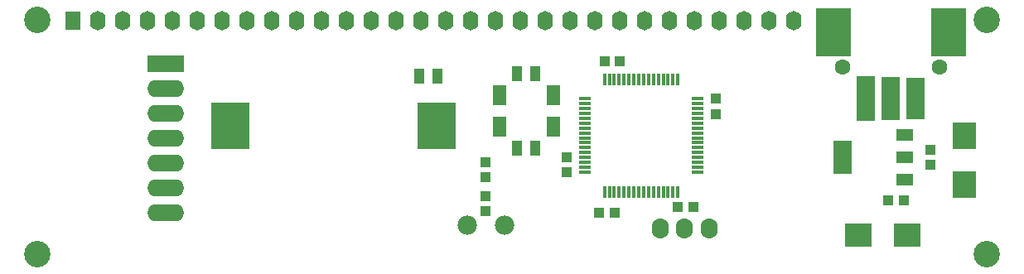
<source format=gts>
G04*
G04 #@! TF.GenerationSoftware,Altium Limited,Altium Designer,20.0.2 (26)*
G04*
G04 Layer_Color=8388736*
%FSLAX24Y24*%
%MOIN*%
G70*
G01*
G75*
%ADD19R,0.0390X0.0420*%
%ADD20R,0.1440X0.1980*%
%ADD21R,0.0730X0.1680*%
%ADD22R,0.0780X0.1730*%
%ADD23R,0.0780X0.1830*%
%ADD24O,0.1480X0.0680*%
%ADD25R,0.1480X0.0680*%
%ADD26R,0.1580X0.1880*%
%ADD27R,0.0512X0.0157*%
%ADD28R,0.0157X0.0512*%
%ADD29R,0.0772X0.1362*%
%ADD30R,0.0693X0.0457*%
%ADD31R,0.0390X0.0600*%
%ADD32R,0.0575X0.0811*%
%ADD33R,0.0420X0.0390*%
%ADD34R,0.1104X0.0946*%
%ADD35R,0.0946X0.1104*%
%ADD36O,0.0630X0.0780*%
%ADD37R,0.0630X0.0780*%
%ADD38C,0.0630*%
%ADD39C,0.0780*%
%ADD40O,0.0680X0.0830*%
%ADD41C,0.1064*%
D19*
X26351Y2500D02*
D03*
X26961D02*
D03*
X24005Y8375D02*
D03*
X23395D02*
D03*
X35430Y2750D02*
D03*
X34820D02*
D03*
X23185Y2250D02*
D03*
X23795D02*
D03*
D20*
X37255Y9525D02*
D03*
X32595D02*
D03*
D21*
X35925Y6875D02*
D03*
D22*
X34925D02*
D03*
D23*
X33925D02*
D03*
D24*
X5750Y2250D02*
D03*
Y3250D02*
D03*
Y4250D02*
D03*
Y5250D02*
D03*
Y6250D02*
D03*
Y7250D02*
D03*
D25*
Y8250D02*
D03*
D26*
X16650Y5750D02*
D03*
X8350D02*
D03*
D27*
X22611Y6851D02*
D03*
Y6655D02*
D03*
Y6458D02*
D03*
Y6261D02*
D03*
Y6064D02*
D03*
Y5867D02*
D03*
Y5670D02*
D03*
Y5473D02*
D03*
Y5277D02*
D03*
Y5080D02*
D03*
Y4883D02*
D03*
Y4686D02*
D03*
Y4489D02*
D03*
Y4292D02*
D03*
Y4095D02*
D03*
Y3899D02*
D03*
X27139D02*
D03*
Y4095D02*
D03*
Y4292D02*
D03*
Y4489D02*
D03*
Y4686D02*
D03*
Y4883D02*
D03*
Y5080D02*
D03*
Y5277D02*
D03*
Y5473D02*
D03*
Y5670D02*
D03*
Y5867D02*
D03*
Y6064D02*
D03*
Y6261D02*
D03*
Y6458D02*
D03*
Y6655D02*
D03*
Y6851D02*
D03*
D28*
X23399Y3111D02*
D03*
X23595D02*
D03*
X23792D02*
D03*
X23989D02*
D03*
X24186D02*
D03*
X24383D02*
D03*
X24580D02*
D03*
X24777D02*
D03*
X24973D02*
D03*
X25170D02*
D03*
X25367D02*
D03*
X25564D02*
D03*
X25761D02*
D03*
X25958D02*
D03*
X26155D02*
D03*
X26351D02*
D03*
X26351Y7639D02*
D03*
X26155D02*
D03*
X25958D02*
D03*
X25761D02*
D03*
X25564D02*
D03*
X25367D02*
D03*
X25170D02*
D03*
X24973D02*
D03*
X24777D02*
D03*
X24580D02*
D03*
X24383D02*
D03*
X24186D02*
D03*
X23989D02*
D03*
X23792D02*
D03*
X23595D02*
D03*
X23399D02*
D03*
D29*
X32990Y4500D02*
D03*
D30*
X35470Y5406D02*
D03*
Y4500D02*
D03*
Y3594D02*
D03*
D31*
X16670Y7750D02*
D03*
X15930D02*
D03*
X19880Y7875D02*
D03*
X20620D02*
D03*
X19880Y4875D02*
D03*
X20620D02*
D03*
D32*
X21333Y5745D02*
D03*
X19167D02*
D03*
Y7005D02*
D03*
X21333D02*
D03*
D33*
X18625Y4305D02*
D03*
Y3695D02*
D03*
Y2320D02*
D03*
Y2930D02*
D03*
X36500Y4195D02*
D03*
Y4805D02*
D03*
X21875Y4500D02*
D03*
Y3890D02*
D03*
X27875Y6855D02*
D03*
Y6245D02*
D03*
D34*
X33625Y1375D02*
D03*
X35594D02*
D03*
D35*
X37875Y5359D02*
D03*
Y3391D02*
D03*
D36*
X9000Y10000D02*
D03*
X8000D02*
D03*
X7000D02*
D03*
X6000D02*
D03*
X5000D02*
D03*
X4000D02*
D03*
X3000D02*
D03*
X11000D02*
D03*
X10000D02*
D03*
X12000D02*
D03*
X13000D02*
D03*
X14000D02*
D03*
X15000D02*
D03*
X16000D02*
D03*
X24001Y10000D02*
D03*
X23001D02*
D03*
X22001D02*
D03*
X21001D02*
D03*
X20001D02*
D03*
X19001D02*
D03*
X17001Y10000D02*
D03*
X26001Y10000D02*
D03*
X25001D02*
D03*
X27001D02*
D03*
X28001D02*
D03*
X29001D02*
D03*
X30001D02*
D03*
X31001D02*
D03*
X18001D02*
D03*
D37*
X2000Y10000D02*
D03*
D38*
X32975Y8125D02*
D03*
X36875D02*
D03*
D39*
X17875Y1750D02*
D03*
X19375D02*
D03*
D40*
X25641Y1625D02*
D03*
X26625D02*
D03*
X27625D02*
D03*
D41*
X38780Y591D02*
D03*
X591D02*
D03*
Y10039D02*
D03*
X38780D02*
D03*
M02*

</source>
